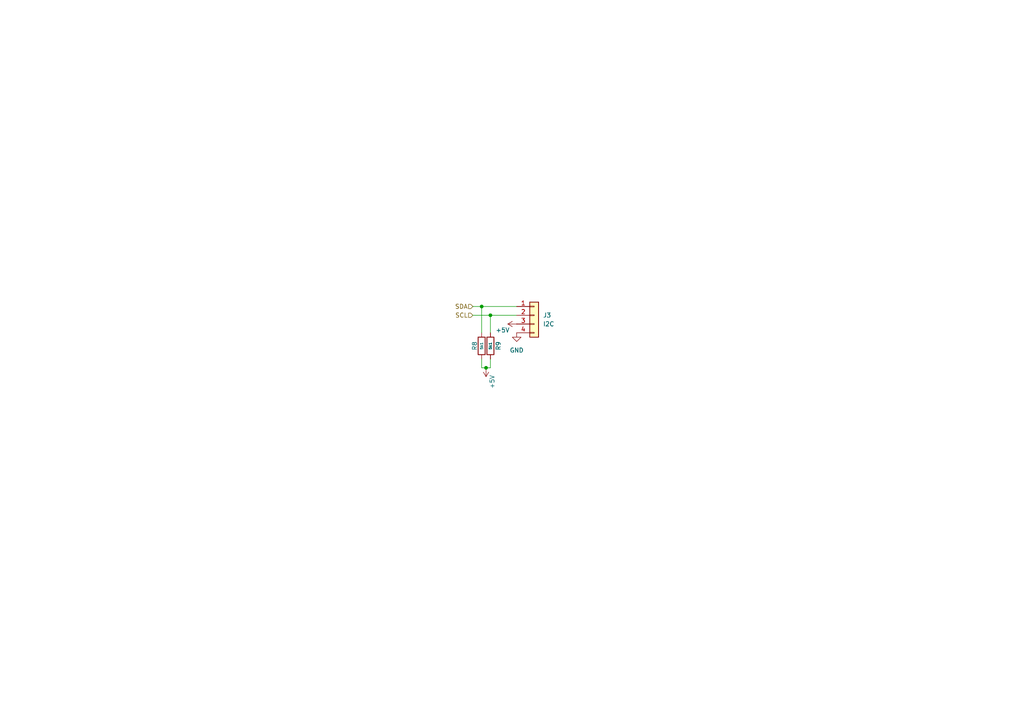
<source format=kicad_sch>
(kicad_sch (version 20250114) (generator "eeschema") (generator_version "9.0")
  (paper "A4")
  (lib_symbols
    (symbol "Connector_Generic:Conn_01x04" (pin_names (offset 1.016) (hide yes))
      (property "Reference" "J" (at 0 5.08 0))
      (property "Value" "Conn_01x04" (at 0 -7.62 0))
      (symbol "Conn_01x04_1_1"
        (rectangle (start -1.27 3.81) (end 1.27 -6.35) (stroke (width 0.254)) (fill (type background)))
        (rectangle (start -1.27 2.667) (end 0 2.413) (stroke (width 0.1524)))
        (rectangle (start -1.27 0.127) (end 0 -0.127) (stroke (width 0.1524)))
        (rectangle (start -1.27 -2.413) (end 0 -2.667) (stroke (width 0.1524)))
        (rectangle (start -1.27 -4.953) (end 0 -5.207) (stroke (width 0.1524)))
        (pin passive line (at -5.08 2.54 0) (length 3.81) (name "Pin_1") (number "1"))
        (pin passive line (at -5.08 0 0) (length 3.81) (name "Pin_2") (number "2"))
        (pin passive line (at -5.08 -2.54 0) (length 3.81) (name "Pin_3") (number "3"))
        (pin passive line (at -5.08 -5.08 0) (length 3.81) (name "Pin_4") (number "4"))
      )
    )
    (symbol "Device:R" (pin_numbers (hide yes)) (pin_names (offset 0))
      (property "Reference" "R" (at 2.032 0 90))
      (property "Value" "R" (at 0 0 90))
      (symbol "R_0_1"
        (rectangle (start -1.016 -2.54) (end 1.016 2.54) (stroke (width 0.254)))
      )
      (symbol "R_1_1"
        (pin passive line (at 0 3.81 270) (length 1.27) (name "~") (number "1"))
        (pin passive line (at 0 -3.81 90) (length 1.27) (name "~") (number "2"))
      )
    )
    (symbol "power:+5V" (power) (pin_numbers (hide yes)) (pin_names (offset 0) (hide yes))
      (property "Value" "+5V" (at 0 3.556 0))
      (symbol "+5V_0_1"
        (polyline (pts (xy -0.762 1.27) (xy 0 2.54)))
        (polyline (pts (xy 0 2.54) (xy 0.762 1.27)))
        (polyline (pts (xy 0 0) (xy 0 2.54)))
      )
      (symbol "+5V_1_1"
        (pin power_in line (at 0 0 90) (length 0) (name "~") (number "1"))
      )
    )
    (symbol "power:GND" (power) (pin_numbers (hide yes)) (pin_names (offset 0) (hide yes))
      (property "Value" "GND" (at 0 -3.81 0))
      (symbol "GND_0_1"
        (polyline (pts (xy 0 0) (xy 0 -1.27) (xy 1.27 -1.27) (xy 0 -2.54) (xy -1.27 -1.27) (xy 0 -1.27)))
      )
      (symbol "GND_1_1"
        (pin power_in line (at 0 0 270) (length 0) (name "~") (number "1"))
      )
    )
  )
  (junction (at 140.97 106.68))
  (junction (at 139.7 88.9))
  (junction (at 142.24 91.44))
  (wire (pts (xy 142.24 91.44) (xy 142.24 96.52)))
  (wire (pts (xy 142.24 91.44) (xy 149.86 91.44)))
  (wire (pts (xy 139.7 104.14) (xy 139.7 106.68)))
  (wire (pts (xy 139.7 88.9) (xy 149.86 88.9)))
  (wire (pts (xy 139.7 88.9) (xy 139.7 96.52)))
  (wire (pts (xy 142.24 104.14) (xy 142.24 106.68)))
  (wire (pts (xy 140.97 106.68) (xy 142.24 106.68)))
  (wire (pts (xy 137.16 91.44) (xy 142.24 91.44)))
  (wire (pts (xy 139.7 106.68) (xy 140.97 106.68)))
  (wire (pts (xy 137.16 88.9) (xy 139.7 88.9)))
  (hierarchical_label "SDA" (shape input) (at 137.16 88.9 180))
  (hierarchical_label "SCL" (shape input) (at 137.16 91.44 180))
  (symbol (lib_id "power:GND") (at 149.86 96.52 0) (unit 1)
    (property "Reference" "#PWR024" (effects (hide yes)))
    (property "Value" "GND" (at 149.86 101.6 0))
    (property "Description" "Power symbol creates a global label with name \"GND\" , ground" (effects (hide yes)))
  )
  (symbol (lib_id "Device:R") (at 139.7 100.33 180) (unit 1)
    (property "Reference" "R8" (at 137.668 100.33 90))
    (property "Value" "5k1" (at 139.7 100.33 90) (effects (font (size 0.762 0.762))))
    (property "Footprint" "Resistor_SMD:R_0603_1608Metric" (effects (hide yes)))
    (property "Description" "Resistor" (effects (hide yes)))
  )
  (symbol (lib_id "power:+5V") (at 140.97 106.68 180) (unit 1)
    (property "Reference" "#PWR025" (effects (hide yes)))
    (property "Value" "+5V" (at 142.748 108.712 90) (effects (justify left)))
    (property "Description" "Power symbol creates a global label with name \"+5V\"" (effects (hide yes)))
  )
  (symbol (lib_id "Device:R") (at 142.24 100.33 180) (unit 1)
    (property "Reference" "R9" (at 144.526 100.33 90))
    (property "Value" "5k1" (at 142.24 100.33 90) (effects (font (size 0.762 0.762))))
    (property "Footprint" "Resistor_SMD:R_0603_1608Metric" (effects (hide yes)))
    (property "Description" "Resistor" (effects (hide yes)))
  )
  (symbol (lib_id "power:+5V") (at 149.86 93.98 90) (unit 1)
    (property "Reference" "#PWR023" (effects (hide yes)))
    (property "Value" "+5V" (at 147.828 95.758 90) (effects (justify left)))
    (property "Description" "Power symbol creates a global label with name \"+5V\"" (effects (hide yes)))
  )
  (symbol (lib_id "Connector_Generic:Conn_01x04") (at 154.94 91.44 0) (unit 1)
    (property "Reference" "J3" (at 157.48 91.4399 0) (effects (justify left)))
    (property "Value" "I2C" (at 157.48 93.9799 0) (effects (justify left)))
    (property "Footprint" "Connector_PinHeader_2.54mm:PinHeader_1x04_P2.54mm_Vertical" (effects (hide yes)))
    (property "Description" "Generic connector, single row, 01x04, script generated (kicad-library-utils/schlib/autogen/connector/)" (effects (hide yes)))
  )
)
</source>
